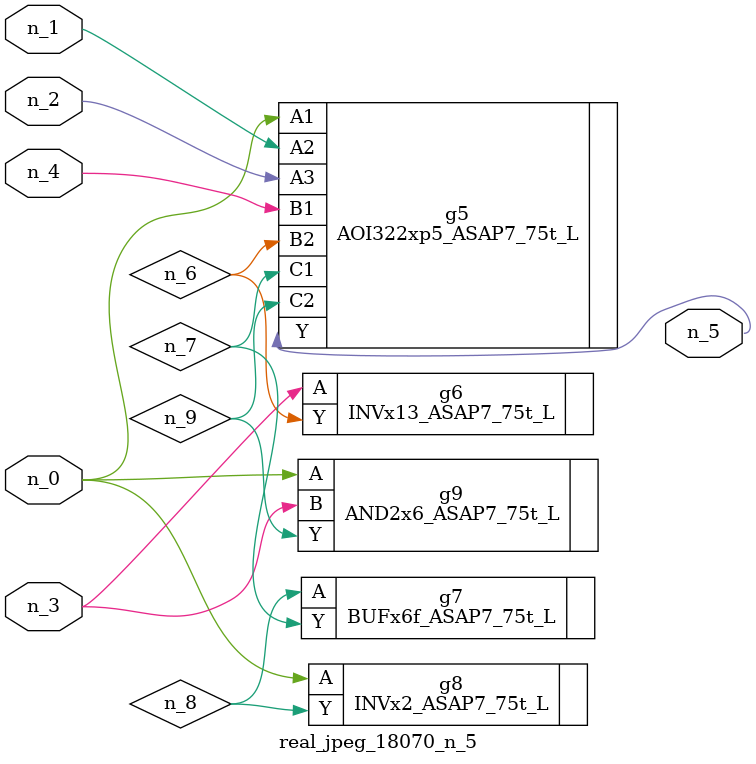
<source format=v>
module real_jpeg_18070_n_5 (n_4, n_0, n_1, n_2, n_3, n_5);

input n_4;
input n_0;
input n_1;
input n_2;
input n_3;

output n_5;

wire n_8;
wire n_6;
wire n_7;
wire n_9;

AOI322xp5_ASAP7_75t_L g5 ( 
.A1(n_0),
.A2(n_1),
.A3(n_2),
.B1(n_4),
.B2(n_6),
.C1(n_7),
.C2(n_9),
.Y(n_5)
);

INVx2_ASAP7_75t_L g8 ( 
.A(n_0),
.Y(n_8)
);

AND2x6_ASAP7_75t_L g9 ( 
.A(n_0),
.B(n_3),
.Y(n_9)
);

INVx13_ASAP7_75t_L g6 ( 
.A(n_3),
.Y(n_6)
);

BUFx6f_ASAP7_75t_L g7 ( 
.A(n_8),
.Y(n_7)
);


endmodule
</source>
